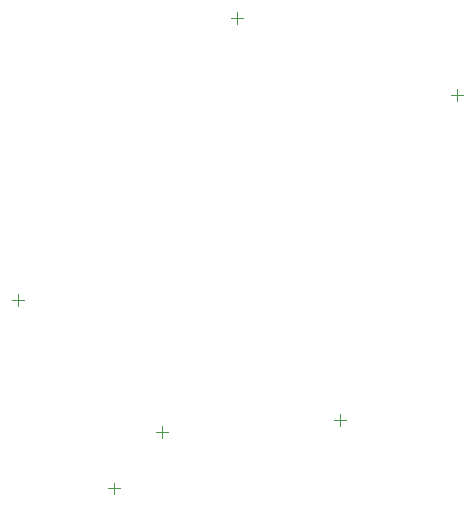
<source format=gbr>
%TF.GenerationSoftware,Altium Limited,Altium Designer,22.1.2 (22)*%
G04 Layer_Color=0*
%FSLAX45Y45*%
%MOMM*%
%TF.SameCoordinates,487542E7-F005-4C77-86B1-A0AEE8F943D7*%
%TF.FilePolarity,Positive*%
%TF.FileFunction,Other,Top_Component_Center*%
%TF.Part,Single*%
G01*
G75*
%TA.AperFunction,NonConductor*%
%ADD65C,0.10000*%
D65*
X9575700Y7340100D02*
X9675700D01*
X9625700Y7290100D02*
Y7390100D01*
X7722400Y4953000D02*
X7822400D01*
X7772400Y4903000D02*
Y5003000D01*
X11493500Y6642900D02*
Y6742900D01*
X11443500Y6692900D02*
X11543500D01*
X8585200Y3310600D02*
Y3410600D01*
X8535200Y3360600D02*
X8635200D01*
X10452900Y3937000D02*
X10552900D01*
X10502900Y3887000D02*
Y3987000D01*
X8995700Y3785400D02*
Y3885400D01*
X8945700Y3835400D02*
X9045700D01*
%TF.MD5,e1037808cf4ebde80d335d53678e153a*%
M02*

</source>
